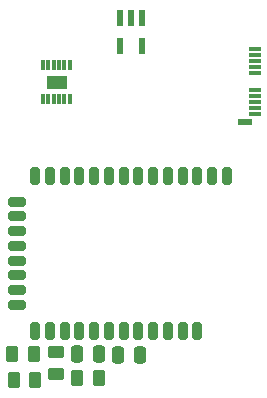
<source format=gbr>
%TF.GenerationSoftware,KiCad,Pcbnew,8.0.1-rc1*%
%TF.CreationDate,2025-05-18T23:27:59-05:00*%
%TF.ProjectId,rfReciever,72665265-6369-4657-9665-722e6b696361,rev?*%
%TF.SameCoordinates,Original*%
%TF.FileFunction,Paste,Bot*%
%TF.FilePolarity,Positive*%
%FSLAX46Y46*%
G04 Gerber Fmt 4.6, Leading zero omitted, Abs format (unit mm)*
G04 Created by KiCad (PCBNEW 8.0.1-rc1) date 2025-05-18 23:27:59*
%MOMM*%
%LPD*%
G01*
G04 APERTURE LIST*
G04 Aperture macros list*
%AMRoundRect*
0 Rectangle with rounded corners*
0 $1 Rounding radius*
0 $2 $3 $4 $5 $6 $7 $8 $9 X,Y pos of 4 corners*
0 Add a 4 corners polygon primitive as box body*
4,1,4,$2,$3,$4,$5,$6,$7,$8,$9,$2,$3,0*
0 Add four circle primitives for the rounded corners*
1,1,$1+$1,$2,$3*
1,1,$1+$1,$4,$5*
1,1,$1+$1,$6,$7*
1,1,$1+$1,$8,$9*
0 Add four rect primitives between the rounded corners*
20,1,$1+$1,$2,$3,$4,$5,0*
20,1,$1+$1,$4,$5,$6,$7,0*
20,1,$1+$1,$6,$7,$8,$9,0*
20,1,$1+$1,$8,$9,$2,$3,0*%
G04 Aperture macros list end*
%ADD10C,0.010000*%
%ADD11R,1.000000X0.298000*%
%ADD12R,1.150000X0.630000*%
%ADD13RoundRect,0.031250X0.093750X-0.388750X0.093750X0.388750X-0.093750X0.388750X-0.093750X-0.388750X0*%
%ADD14RoundRect,0.250000X-0.262500X-0.450000X0.262500X-0.450000X0.262500X0.450000X-0.262500X0.450000X0*%
%ADD15R,0.558800X1.473200*%
%ADD16RoundRect,0.250000X-0.250000X-0.475000X0.250000X-0.475000X0.250000X0.475000X-0.250000X0.475000X0*%
%ADD17RoundRect,0.209550X0.209550X-0.514350X0.209550X0.514350X-0.209550X0.514350X-0.209550X-0.514350X0*%
%ADD18RoundRect,0.209550X-0.514350X-0.209550X0.514350X-0.209550X0.514350X0.209550X-0.514350X0.209550X0*%
%ADD19RoundRect,0.250000X-0.450000X0.262500X-0.450000X-0.262500X0.450000X-0.262500X0.450000X0.262500X0*%
%ADD20RoundRect,0.250000X0.262500X0.450000X-0.262500X0.450000X-0.262500X-0.450000X0.262500X-0.450000X0*%
G04 APERTURE END LIST*
D10*
%TO.C,U3*%
X138725000Y-62005000D02*
X137145000Y-62005000D01*
X137145000Y-60985000D01*
X138725000Y-60985000D01*
X138725000Y-62005000D01*
G36*
X138725000Y-62005000D02*
G01*
X137145000Y-62005000D01*
X137145000Y-60985000D01*
X138725000Y-60985000D01*
X138725000Y-62005000D01*
G37*
%TD*%
D11*
%TO.C,J1*%
X154755750Y-64200000D03*
X154755750Y-63700000D03*
X154755750Y-63200000D03*
X154755750Y-62700000D03*
X154755750Y-62200000D03*
X154755750Y-60700000D03*
X154755750Y-60200000D03*
X154755750Y-59700000D03*
X154755750Y-59200000D03*
X154755750Y-58700000D03*
D12*
X153915750Y-64870000D03*
%TD*%
D13*
%TO.C,U3*%
X139060000Y-62930000D03*
X138610000Y-62930000D03*
X138160000Y-62930000D03*
X137710000Y-62930000D03*
X137260000Y-62930000D03*
X136810000Y-62930000D03*
X136810000Y-60060000D03*
X137260000Y-60060000D03*
X137710000Y-60060000D03*
X138160000Y-60060000D03*
X138610000Y-60060000D03*
X139060000Y-60060000D03*
%TD*%
D14*
%TO.C,R17*%
X134219100Y-84553200D03*
X136044100Y-84553200D03*
%TD*%
D15*
%TO.C,U1*%
X143299999Y-56056200D03*
X144250000Y-56056200D03*
X145200001Y-56056200D03*
X145200001Y-58443800D03*
X143299999Y-58443800D03*
%TD*%
D14*
%TO.C,R11*%
X134337500Y-86750000D03*
X136162500Y-86750000D03*
%TD*%
D16*
%TO.C,C9*%
X139681600Y-84553200D03*
X141581600Y-84553200D03*
%TD*%
D17*
%TO.C,X1*%
X149880640Y-82553200D03*
X148630960Y-82553200D03*
X147381280Y-82553200D03*
X146131600Y-82553200D03*
X144881920Y-82553200D03*
X143632240Y-82553200D03*
X142382560Y-82553200D03*
X141132880Y-82553200D03*
X139883200Y-82553200D03*
X138633520Y-82553200D03*
X137383840Y-82553200D03*
X136134160Y-82553200D03*
D18*
X134597460Y-80381500D03*
X134597460Y-79131820D03*
X134597460Y-77882140D03*
X134597460Y-76632460D03*
X134597460Y-75382780D03*
X134597460Y-74133100D03*
X134597460Y-72883420D03*
X134597460Y-71633740D03*
D17*
X136134160Y-69446800D03*
X137383840Y-69446800D03*
X138633520Y-69446800D03*
X139883200Y-69446800D03*
X141132880Y-69446800D03*
X142382560Y-69446800D03*
X143632240Y-69446800D03*
X144881920Y-69446800D03*
X146131600Y-69446800D03*
X147381280Y-69446800D03*
X148630960Y-69446800D03*
X149880640Y-69446800D03*
X151130320Y-69446800D03*
X152380000Y-69446800D03*
%TD*%
D19*
%TO.C,R13*%
X137881600Y-84390700D03*
X137881600Y-86215700D03*
%TD*%
D16*
%TO.C,C8*%
X143131250Y-84600000D03*
X145031250Y-84600000D03*
%TD*%
D20*
%TO.C,R10*%
X141544100Y-86553200D03*
X139719100Y-86553200D03*
%TD*%
M02*

</source>
